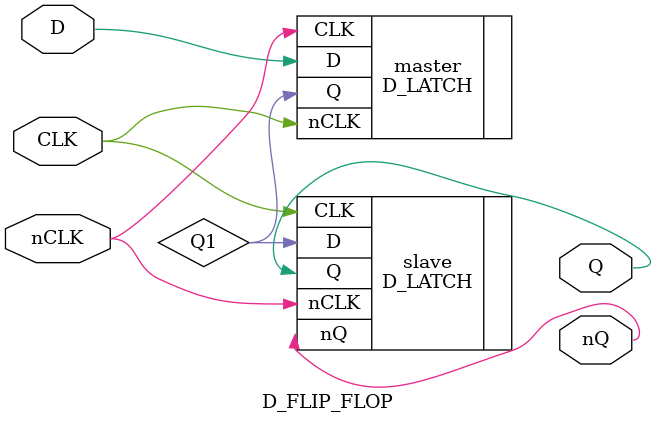
<source format=v>
`include "../D_LATCH/D_LATCH.v"

module D_FLIP_FLOP(
    output Q,
    output nQ,
    input D,
    input CLK,
    input nCLK
);
    wire Q1;
    D_LATCH master(
        .D(D),
        .CLK(nCLK),
        .nCLK(CLK),
        .Q(Q1)
    );
    D_LATCH slave(
        .D(Q1),
        .CLK(CLK),
        .nCLK(nCLK),
        .Q(Q),
        .nQ(nQ)
    );
endmodule

</source>
